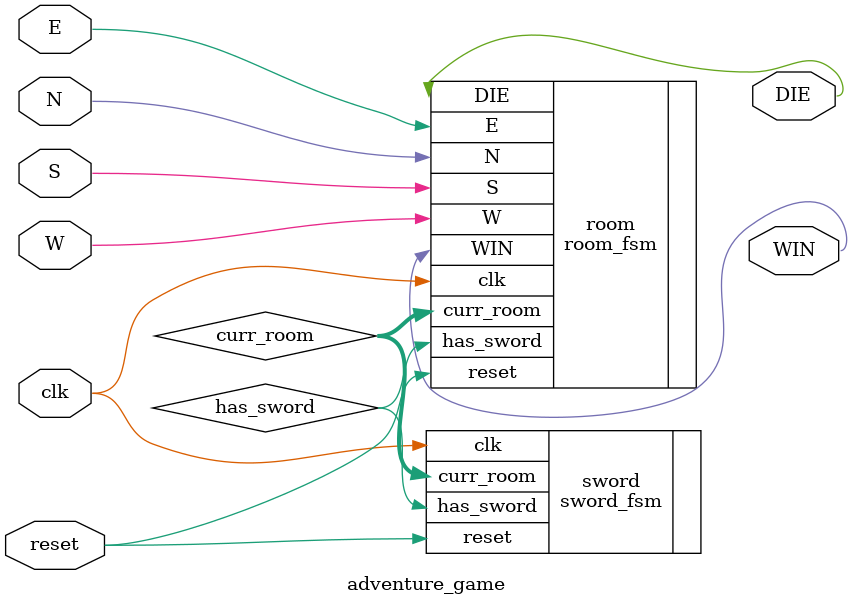
<source format=sv>
module adventure_game(
	input logic clk, reset,
	input logic N, S, E, W,
	output logic WIN, DIE
	);
	
	logic [2:0] curr_room;
	logic has_sword;
	
	room_fsm room (
		.clk(clk),
		.reset(reset),
		.N(N), .S(S), .E(E), .W(W),
		.has_sword(has_sword),
		.curr_room(curr_room),
		.WIN(WIN),
		.DIE(DIE)
	);
	sword_fsm sword (
		.clk(clk),
		.reset(reset),
		.curr_room(curr_room),
		.has_sword(has_sword)
	);
	
endmodule
</source>
